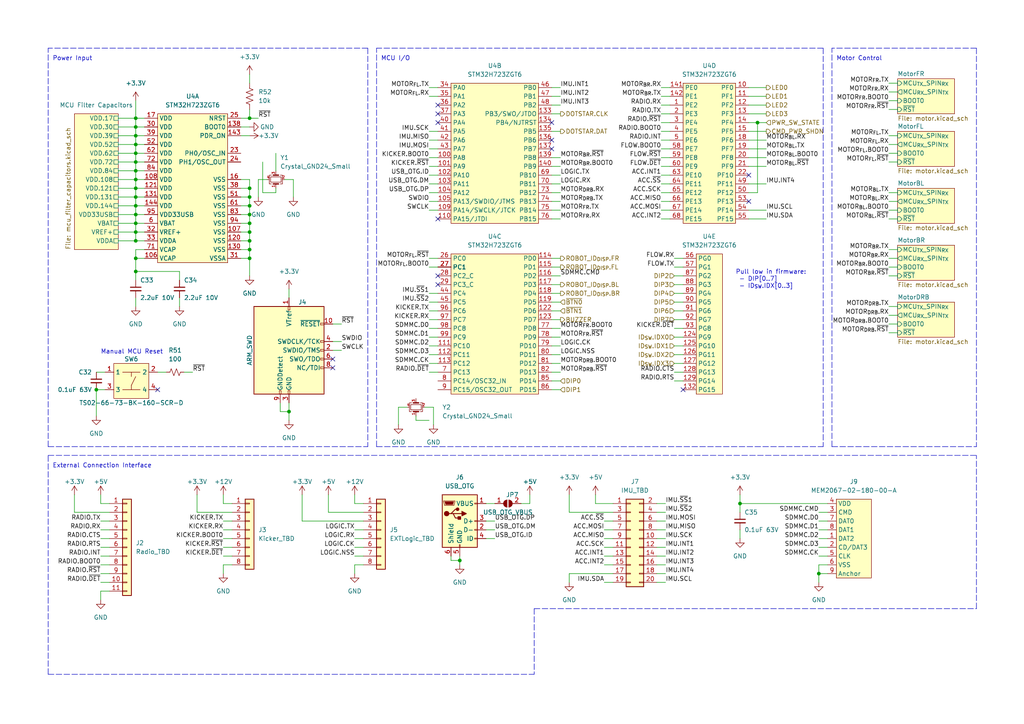
<source format=kicad_sch>
(kicad_sch (version 20211123) (generator eeschema)
  (paper "A4")
  (title_block (title "Control") (date "2023-02-06") (rev "1.0.0") (company "The A-Team (RC SSL)") (comment 1 "W. Stuckey & R. Osawa"))
  (junction (at 72.39 62.23))
  (junction (at 72.39 57.15))
  (junction (at 72.39 64.77))
  (junction (at 83.82 119.38))
  (junction (at 39.37 39.37))
  (junction (at 39.37 34.29))
  (junction (at 72.39 67.31))
  (junction (at 72.39 72.39))
  (junction (at 214.63 146.05))
  (junction (at 39.37 69.85))
  (junction (at 39.37 52.07))
  (junction (at 39.37 67.31))
  (junction (at 133.35 162.56))
  (junction (at 39.37 57.15))
  (junction (at 39.37 74.93))
  (junction (at 219.71 35.56))
  (junction (at 237.49 166.37))
  (junction (at 39.37 59.69))
  (junction (at 39.37 36.83))
  (junction (at 39.37 46.99))
  (junction (at 39.37 62.23))
  (junction (at 27.94 113.03))
  (junction (at 72.39 54.61))
  (junction (at 39.37 64.77))
  (junction (at 72.39 59.69))
  (junction (at 72.39 69.85))
  (junction (at 39.37 78.74))
  (junction (at 39.37 49.53))
  (junction (at 72.39 34.29))
  (junction (at 39.37 41.91))
  (junction (at 39.37 54.61))
  (junction (at 72.39 74.93))
  (junction (at 39.37 44.45))
  (no_connect (at 96.52 106.68))
  (no_connect (at 127 80.01))
  (no_connect (at 127 35.56))
  (no_connect (at 217.17 50.8))
  (no_connect (at 160.02 43.18))
  (no_connect (at 45.72 113.03))
  (no_connect (at 160.02 35.56))
  (no_connect (at 127 30.48))
  (no_connect (at 127 63.5))
  (no_connect (at 198.12 113.03))
  (no_connect (at 96.52 104.14))
  (no_connect (at 217.17 58.42))
  (no_connect (at 127 33.02))
  (no_connect (at 160.02 40.64))
  (no_connect (at 127 82.55))
  (wire (pts (xy 222.25 27.94) (xy 217.17 27.94)))
  (wire (pts (xy 195.58 105.41) (xy 198.12 105.41)))
  (wire (pts (xy 214.63 143.51) (xy 214.63 146.05)))
  (wire (pts (xy 124.46 105.41) (xy 127 105.41)))
  (wire (pts (xy 237.49 156.21) (xy 240.03 156.21)))
  (wire (pts (xy 29.21 143.51) (xy 29.21 146.05)))
  (wire (pts (xy 72.39 54.61) (xy 72.39 57.15)))
  (wire (pts (xy 39.37 44.45) (xy 39.37 46.99)))
  (wire (pts (xy 237.49 153.67) (xy 240.03 153.67)))
  (wire (pts (xy 124.46 95.25) (xy 127 95.25)))
  (wire (pts (xy 34.29 36.83) (xy 39.37 36.83)))
  (wire (pts (xy 177.8 168.91) (xy 175.26 168.91)))
  (wire (pts (xy 72.39 31.75) (xy 72.39 34.29)))
  (wire (pts (xy 165.1 166.37) (xy 165.1 168.91)))
  (wire (pts (xy 222.25 45.72) (xy 217.17 45.72)))
  (wire (pts (xy 29.21 156.21) (xy 31.75 156.21)))
  (wire (pts (xy 39.37 39.37) (xy 41.91 39.37)))
  (wire (pts (xy 191.77 60.96) (xy 194.31 60.96)))
  (wire (pts (xy 162.56 38.1) (xy 160.02 38.1)))
  (wire (pts (xy 162.56 74.93) (xy 160.02 74.93)))
  (wire (pts (xy 72.39 21.59) (xy 72.39 24.13)))
  (wire (pts (xy 177.8 148.59) (xy 165.1 148.59)))
  (wire (pts (xy 72.39 52.07) (xy 72.39 54.61)))
  (wire (pts (xy 195.58 85.09) (xy 198.12 85.09)))
  (wire (pts (xy 29.21 161.29) (xy 31.75 161.29)))
  (wire (pts (xy 257.81 46.99) (xy 260.35 46.99)))
  (wire (pts (xy 133.35 162.56) (xy 133.35 163.83)))
  (wire (pts (xy 260.35 74.93) (xy 257.81 74.93)))
  (wire (pts (xy 172.72 146.05) (xy 172.72 143.51)))
  (polyline (pts (xy 283.21 13.97) (xy 241.3 13.97)) (stroke (width 0) (type dash)))
  (wire (pts (xy 124.46 90.17) (xy 127 90.17)))
  (wire (pts (xy 153.67 146.05) (xy 153.67 143.51)))
  (wire (pts (xy 120.65 120.65) (xy 120.65 121.92)))
  (wire (pts (xy 39.37 41.91) (xy 39.37 44.45)))
  (wire (pts (xy 175.26 163.83) (xy 177.8 163.83)))
  (wire (pts (xy 257.81 88.9) (xy 260.35 88.9)))
  (wire (pts (xy 34.29 54.61) (xy 39.37 54.61)))
  (wire (pts (xy 237.49 161.29) (xy 240.03 161.29)))
  (wire (pts (xy 64.77 161.29) (xy 67.31 161.29)))
  (polyline (pts (xy 13.97 195.58) (xy 13.97 132.08)) (stroke (width 0) (type dash)))
  (wire (pts (xy 69.85 59.69) (xy 72.39 59.69)))
  (wire (pts (xy 34.29 41.91) (xy 39.37 41.91)))
  (wire (pts (xy 102.87 163.83) (xy 102.87 166.37)))
  (wire (pts (xy 76.2 46.99) (xy 76.2 55.88)))
  (wire (pts (xy 39.37 52.07) (xy 39.37 54.61)))
  (wire (pts (xy 190.5 163.83) (xy 193.04 163.83)))
  (wire (pts (xy 120.65 121.92) (xy 124.46 121.92)))
  (wire (pts (xy 257.81 44.45) (xy 260.35 44.45)))
  (wire (pts (xy 237.49 158.75) (xy 240.03 158.75)))
  (wire (pts (xy 72.39 57.15) (xy 72.39 59.69)))
  (wire (pts (xy 29.21 166.37) (xy 31.75 166.37)))
  (wire (pts (xy 160.02 27.94) (xy 162.56 27.94)))
  (wire (pts (xy 39.37 78.74) (xy 52.07 78.74)))
  (wire (pts (xy 83.82 83.82) (xy 83.82 86.36)))
  (wire (pts (xy 151.13 146.05) (xy 153.67 146.05)))
  (wire (pts (xy 41.91 74.93) (xy 39.37 74.93)))
  (wire (pts (xy 124.46 48.26) (xy 127 48.26)))
  (wire (pts (xy 69.85 64.77) (xy 72.39 64.77)))
  (wire (pts (xy 34.29 34.29) (xy 39.37 34.29)))
  (wire (pts (xy 124.46 60.96) (xy 127 60.96)))
  (wire (pts (xy 39.37 78.74) (xy 39.37 81.28)))
  (wire (pts (xy 237.49 166.37) (xy 240.03 166.37)))
  (wire (pts (xy 80.01 55.88) (xy 80.01 54.61)))
  (wire (pts (xy 39.37 29.21) (xy 39.37 34.29)))
  (wire (pts (xy 191.77 58.42) (xy 194.31 58.42)))
  (wire (pts (xy 237.49 148.59) (xy 240.03 148.59)))
  (wire (pts (xy 190.5 156.21) (xy 193.04 156.21)))
  (wire (pts (xy 214.63 233.68) (xy 217.17 233.68)))
  (wire (pts (xy 190.5 166.37) (xy 193.04 166.37)))
  (wire (pts (xy 29.21 158.75) (xy 31.75 158.75)))
  (wire (pts (xy 195.58 74.93) (xy 198.12 74.93)))
  (wire (pts (xy 27.94 107.95) (xy 30.48 107.95)))
  (wire (pts (xy 96.52 101.6) (xy 99.06 101.6)))
  (wire (pts (xy 77.47 52.07) (xy 74.93 52.07)))
  (wire (pts (xy 69.85 62.23) (xy 72.39 62.23)))
  (wire (pts (xy 160.02 95.25) (xy 162.56 95.25)))
  (wire (pts (xy 39.37 62.23) (xy 41.91 62.23)))
  (wire (pts (xy 124.46 45.72) (xy 127 45.72)))
  (wire (pts (xy 99.06 93.98) (xy 96.52 93.98)))
  (wire (pts (xy 69.85 34.29) (xy 72.39 34.29)))
  (wire (pts (xy 222.25 43.18) (xy 217.17 43.18)))
  (wire (pts (xy 195.58 107.95) (xy 198.12 107.95)))
  (wire (pts (xy 105.41 146.05) (xy 102.87 146.05)))
  (wire (pts (xy 124.46 27.94) (xy 127 27.94)))
  (wire (pts (xy 34.29 62.23) (xy 39.37 62.23)))
  (wire (pts (xy 160.02 97.79) (xy 162.56 97.79)))
  (wire (pts (xy 217.17 60.96) (xy 222.25 60.96)))
  (wire (pts (xy 175.26 156.21) (xy 177.8 156.21)))
  (wire (pts (xy 83.82 116.84) (xy 83.82 119.38)))
  (wire (pts (xy 214.63 236.22) (xy 217.17 236.22)))
  (wire (pts (xy 67.31 148.59) (xy 57.15 148.59)))
  (wire (pts (xy 257.81 24.13) (xy 260.35 24.13)))
  (polyline (pts (xy 13.97 195.58) (xy 154.94 195.58)) (stroke (width 0) (type dash)))
  (wire (pts (xy 190.5 148.59) (xy 193.04 148.59)))
  (wire (pts (xy 27.94 113.03) (xy 27.94 120.65)))
  (wire (pts (xy 39.37 59.69) (xy 39.37 62.23)))
  (polyline (pts (xy 238.76 13.97) (xy 238.76 129.54)) (stroke (width 0) (type dash)))
  (wire (pts (xy 260.35 80.01) (xy 257.81 80.01)))
  (wire (pts (xy 214.63 243.84) (xy 217.17 243.84)))
  (wire (pts (xy 124.46 50.8) (xy 127 50.8)))
  (wire (pts (xy 217.17 53.34) (xy 222.25 53.34)))
  (wire (pts (xy 64.77 153.67) (xy 67.31 153.67)))
  (wire (pts (xy 214.63 238.76) (xy 217.17 238.76)))
  (wire (pts (xy 39.37 36.83) (xy 41.91 36.83)))
  (wire (pts (xy 81.28 119.38) (xy 83.82 119.38)))
  (wire (pts (xy 29.21 168.91) (xy 31.75 168.91)))
  (wire (pts (xy 175.26 151.13) (xy 177.8 151.13)))
  (wire (pts (xy 237.49 163.83) (xy 237.49 166.37)))
  (wire (pts (xy 124.46 55.88) (xy 127 55.88)))
  (wire (pts (xy 190.5 161.29) (xy 193.04 161.29)))
  (wire (pts (xy 162.56 53.34) (xy 160.02 53.34)))
  (wire (pts (xy 39.37 72.39) (xy 39.37 74.93)))
  (wire (pts (xy 27.94 113.03) (xy 30.48 113.03)))
  (wire (pts (xy 124.46 58.42) (xy 127 58.42)))
  (wire (pts (xy 260.35 77.47) (xy 257.81 77.47)))
  (wire (pts (xy 162.56 77.47) (xy 160.02 77.47)))
  (wire (pts (xy 69.85 36.83) (xy 72.39 36.83)))
  (wire (pts (xy 165.1 166.37) (xy 177.8 166.37)))
  (wire (pts (xy 127 43.18) (xy 124.46 43.18)))
  (wire (pts (xy 124.46 74.93) (xy 127 74.93)))
  (wire (pts (xy 39.37 57.15) (xy 39.37 59.69)))
  (wire (pts (xy 191.77 30.48) (xy 194.31 30.48)))
  (wire (pts (xy 195.58 100.33) (xy 198.12 100.33)))
  (wire (pts (xy 34.29 59.69) (xy 39.37 59.69)))
  (wire (pts (xy 39.37 41.91) (xy 41.91 41.91)))
  (wire (pts (xy 162.56 55.88) (xy 160.02 55.88)))
  (wire (pts (xy 21.59 143.51) (xy 21.59 148.59)))
  (wire (pts (xy 160.02 25.4) (xy 162.56 25.4)))
  (wire (pts (xy 57.15 148.59) (xy 57.15 143.51)))
  (wire (pts (xy 130.81 161.29) (xy 130.81 162.56)))
  (wire (pts (xy 96.52 99.06) (xy 99.06 99.06)))
  (wire (pts (xy 39.37 67.31) (xy 39.37 69.85)))
  (wire (pts (xy 64.77 143.51) (xy 64.77 146.05)))
  (wire (pts (xy 219.71 35.56) (xy 217.17 35.56)))
  (wire (pts (xy 31.75 171.45) (xy 29.21 171.45)))
  (wire (pts (xy 160.02 48.26) (xy 162.56 48.26)))
  (wire (pts (xy 237.49 166.37) (xy 237.49 168.91)))
  (wire (pts (xy 39.37 69.85) (xy 41.91 69.85)))
  (wire (pts (xy 195.58 95.25) (xy 198.12 95.25)))
  (wire (pts (xy 195.58 102.87) (xy 198.12 102.87)))
  (wire (pts (xy 177.8 146.05) (xy 172.72 146.05)))
  (wire (pts (xy 52.07 81.28) (xy 52.07 78.74)))
  (wire (pts (xy 191.77 27.94) (xy 194.31 27.94)))
  (wire (pts (xy 143.51 156.21) (xy 140.97 156.21)))
  (wire (pts (xy 105.41 153.67) (xy 102.87 153.67)))
  (wire (pts (xy 81.28 116.84) (xy 81.28 119.38)))
  (wire (pts (xy 85.09 52.07) (xy 85.09 57.15)))
  (wire (pts (xy 39.37 36.83) (xy 39.37 39.37)))
  (wire (pts (xy 165.1 148.59) (xy 165.1 143.51)))
  (wire (pts (xy 127 40.64) (xy 124.46 40.64)))
  (wire (pts (xy 67.31 163.83) (xy 64.77 163.83)))
  (wire (pts (xy 34.29 57.15) (xy 39.37 57.15)))
  (wire (pts (xy 191.77 33.02) (xy 194.31 33.02)))
  (wire (pts (xy 124.46 25.4) (xy 127 25.4)))
  (wire (pts (xy 191.77 50.8) (xy 194.31 50.8)))
  (wire (pts (xy 72.39 59.69) (xy 72.39 62.23)))
  (polyline (pts (xy 13.97 129.54) (xy 106.68 129.54)) (stroke (width 0) (type dash)))
  (wire (pts (xy 34.29 67.31) (xy 39.37 67.31)))
  (wire (pts (xy 74.93 34.29) (xy 72.39 34.29)))
  (wire (pts (xy 115.57 118.11) (xy 115.57 123.19)))
  (wire (pts (xy 191.77 48.26) (xy 194.31 48.26)))
  (wire (pts (xy 80.01 44.45) (xy 80.01 49.53)))
  (wire (pts (xy 222.25 48.26) (xy 217.17 48.26)))
  (wire (pts (xy 162.56 100.33) (xy 160.02 100.33)))
  (wire (pts (xy 21.59 148.59) (xy 31.75 148.59)))
  (wire (pts (xy 162.56 82.55) (xy 160.02 82.55)))
  (wire (pts (xy 34.29 52.07) (xy 39.37 52.07)))
  (polyline (pts (xy 13.97 132.08) (xy 283.21 132.08)) (stroke (width 0) (type dash)))
  (wire (pts (xy 175.26 153.67) (xy 177.8 153.67)))
  (wire (pts (xy 39.37 57.15) (xy 41.91 57.15)))
  (wire (pts (xy 195.58 77.47) (xy 198.12 77.47)))
  (polyline (pts (xy 154.94 176.53) (xy 154.94 195.58)) (stroke (width 0) (type dash)))
  (wire (pts (xy 257.81 41.91) (xy 260.35 41.91)))
  (wire (pts (xy 130.81 162.56) (xy 133.35 162.56)))
  (wire (pts (xy 29.21 151.13) (xy 31.75 151.13)))
  (wire (pts (xy 124.46 97.79) (xy 127 97.79)))
  (polyline (pts (xy 106.68 13.97) (xy 13.97 13.97)) (stroke (width 0) (type dash)))
  (wire (pts (xy 162.56 80.01) (xy 160.02 80.01)))
  (wire (pts (xy 39.37 54.61) (xy 39.37 57.15)))
  (wire (pts (xy 190.5 151.13) (xy 193.04 151.13)))
  (wire (pts (xy 105.41 161.29) (xy 102.87 161.29)))
  (wire (pts (xy 72.39 74.93) (xy 72.39 80.01)))
  (wire (pts (xy 160.02 87.63) (xy 162.56 87.63)))
  (wire (pts (xy 214.63 146.05) (xy 214.63 148.59)))
  (wire (pts (xy 162.56 50.8) (xy 160.02 50.8)))
  (wire (pts (xy 191.77 40.64) (xy 194.31 40.64)))
  (wire (pts (xy 69.85 74.93) (xy 72.39 74.93)))
  (wire (pts (xy 214.63 226.06) (xy 214.63 228.6)))
  (wire (pts (xy 217.17 63.5) (xy 222.25 63.5)))
  (wire (pts (xy 69.85 54.61) (xy 72.39 54.61)))
  (wire (pts (xy 64.77 163.83) (xy 64.77 166.37)))
  (wire (pts (xy 195.58 92.71) (xy 198.12 92.71)))
  (wire (pts (xy 87.63 151.13) (xy 105.41 151.13)))
  (wire (pts (xy 39.37 62.23) (xy 39.37 64.77)))
  (wire (pts (xy 72.39 67.31) (xy 72.39 69.85)))
  (wire (pts (xy 29.21 171.45) (xy 29.21 173.99)))
  (wire (pts (xy 191.77 35.56) (xy 194.31 35.56)))
  (wire (pts (xy 175.26 161.29) (xy 177.8 161.29)))
  (wire (pts (xy 219.71 35.56) (xy 219.71 55.88)))
  (wire (pts (xy 52.07 86.36) (xy 52.07 88.9)))
  (wire (pts (xy 124.46 53.34) (xy 127 53.34)))
  (wire (pts (xy 160.02 45.72) (xy 162.56 45.72)))
  (polyline (pts (xy 238.76 13.97) (xy 109.22 13.97)) (stroke (width 0) (type dash)))
  (wire (pts (xy 257.81 55.88) (xy 260.35 55.88)))
  (wire (pts (xy 39.37 49.53) (xy 39.37 52.07)))
  (wire (pts (xy 39.37 49.53) (xy 41.91 49.53)))
  (wire (pts (xy 162.56 107.95) (xy 160.02 107.95)))
  (wire (pts (xy 207.01 231.14) (xy 207.01 226.06)))
  (wire (pts (xy 219.71 35.56) (xy 222.25 35.56)))
  (wire (pts (xy 191.77 43.18) (xy 194.31 43.18)))
  (wire (pts (xy 69.85 39.37) (xy 72.39 39.37)))
  (wire (pts (xy 39.37 74.93) (xy 39.37 78.74)))
  (wire (pts (xy 29.21 153.67) (xy 31.75 153.67)))
  (wire (pts (xy 257.81 39.37) (xy 260.35 39.37)))
  (wire (pts (xy 127 38.1) (xy 124.46 38.1)))
  (wire (pts (xy 162.56 58.42) (xy 160.02 58.42)))
  (wire (pts (xy 195.58 110.49) (xy 198.12 110.49)))
  (wire (pts (xy 175.26 158.75) (xy 177.8 158.75)))
  (wire (pts (xy 195.58 82.55) (xy 198.12 82.55)))
  (wire (pts (xy 64.77 158.75) (xy 67.31 158.75)))
  (wire (pts (xy 74.93 52.07) (xy 74.93 57.15)))
  (wire (pts (xy 260.35 31.75) (xy 257.81 31.75)))
  (wire (pts (xy 41.91 72.39) (xy 39.37 72.39)))
  (wire (pts (xy 83.82 119.38) (xy 83.82 121.92)))
  (wire (pts (xy 64.77 156.21) (xy 67.31 156.21)))
  (wire (pts (xy 53.34 107.95) (xy 55.88 107.95)))
  (wire (pts (xy 257.81 72.39) (xy 260.35 72.39)))
  (wire (pts (xy 195.58 90.17) (xy 198.12 90.17)))
  (wire (pts (xy 162.56 33.02) (xy 160.02 33.02)))
  (wire (pts (xy 76.2 55.88) (xy 80.01 55.88)))
  (wire (pts (xy 39.37 64.77) (xy 41.91 64.77)))
  (wire (pts (xy 64.77 151.13) (xy 67.31 151.13)))
  (wire (pts (xy 222.25 40.64) (xy 217.17 40.64)))
  (wire (pts (xy 39.37 64.77) (xy 39.37 67.31)))
  (wire (pts (xy 190.5 168.91) (xy 193.04 168.91)))
  (wire (pts (xy 160.02 90.17) (xy 162.56 90.17)))
  (wire (pts (xy 118.11 118.11) (xy 115.57 118.11)))
  (wire (pts (xy 160.02 63.5) (xy 162.56 63.5)))
  (wire (pts (xy 195.58 97.79) (xy 198.12 97.79)))
  (wire (pts (xy 69.85 72.39) (xy 72.39 72.39)))
  (wire (pts (xy 34.29 46.99) (xy 39.37 46.99)))
  (wire (pts (xy 217.17 231.14) (xy 207.01 231.14)))
  (wire (pts (xy 143.51 151.13) (xy 140.97 151.13)))
  (wire (pts (xy 260.35 26.67) (xy 257.81 26.67)))
  (wire (pts (xy 123.19 118.11) (xy 125.73 118.11)))
  (wire (pts (xy 34.29 49.53) (xy 39.37 49.53)))
  (wire (pts (xy 124.46 92.71) (xy 127 92.71)))
  (wire (pts (xy 105.41 163.83) (xy 102.87 163.83)))
  (wire (pts (xy 222.25 33.02) (xy 217.17 33.02)))
  (wire (pts (xy 162.56 110.49) (xy 160.02 110.49)))
  (wire (pts (xy 127 87.63) (xy 124.46 87.63)))
  (wire (pts (xy 45.72 107.95) (xy 48.26 107.95)))
  (wire (pts (xy 102.87 143.51) (xy 102.87 146.05)))
  (wire (pts (xy 162.56 92.71) (xy 160.02 92.71)))
  (wire (pts (xy 72.39 64.77) (xy 72.39 67.31)))
  (wire (pts (xy 34.29 64.77) (xy 39.37 64.77)))
  (wire (pts (xy 34.29 39.37) (xy 39.37 39.37)))
  (wire (pts (xy 29.21 146.05) (xy 31.75 146.05)))
  (wire (pts (xy 257.81 63.5) (xy 260.35 63.5)))
  (wire (pts (xy 162.56 85.09) (xy 160.02 85.09)))
  (wire (pts (xy 124.46 100.33) (xy 127 100.33)))
  (wire (pts (xy 34.29 69.85) (xy 39.37 69.85)))
  (wire (pts (xy 39.37 44.45) (xy 41.91 44.45)))
  (wire (pts (xy 257.81 93.98) (xy 260.35 93.98)))
  (polyline (pts (xy 109.22 129.54) (xy 109.22 13.97)) (stroke (width 0) (type dash)))
  (polyline (pts (xy 283.21 176.53) (xy 283.21 132.08)) (stroke (width 0) (type dash)))
  (wire (pts (xy 39.37 59.69) (xy 41.91 59.69)))
  (wire (pts (xy 39.37 67.31) (xy 41.91 67.31)))
  (wire (pts (xy 214.63 246.38) (xy 214.63 248.92)))
  (wire (pts (xy 194.31 25.4) (xy 191.77 25.4)))
  (wire (pts (xy 39.37 54.61) (xy 41.91 54.61)))
  (wire (pts (xy 214.63 228.6) (xy 217.17 228.6)))
  (wire (pts (xy 124.46 77.47) (xy 127 77.47)))
  (wire (pts (xy 105.41 158.75) (xy 102.87 158.75)))
  (wire (pts (xy 160.02 30.48) (xy 162.56 30.48)))
  (wire (pts (xy 195.58 87.63) (xy 198.12 87.63)))
  (wire (pts (xy 69.85 52.07) (xy 72.39 52.07)))
  (wire (pts (xy 69.85 67.31) (xy 72.39 67.31)))
  (wire (pts (xy 39.37 34.29) (xy 39.37 36.83)))
  (polyline (pts (xy 154.94 176.53) (xy 283.21 176.53)) (stroke (width 0) (type dash)))
  (wire (pts (xy 143.51 153.67) (xy 140.97 153.67)))
  (wire (pts (xy 217.17 55.88) (xy 219.71 55.88)))
  (wire (pts (xy 217.17 246.38) (xy 214.63 246.38)))
  (wire (pts (xy 127 85.09) (xy 124.46 85.09)))
  (wire (pts (xy 34.29 44.45) (xy 39.37 44.45)))
  (wire (pts (xy 240.03 163.83) (xy 237.49 163.83)))
  (polyline (pts (xy 13.97 129.54) (xy 13.97 13.97)) (stroke (width 0) (type dash)))
  (wire (pts (xy 195.58 80.01) (xy 198.12 80.01)))
  (polyline (pts (xy 109.22 129.54) (xy 238.76 129.54)) (stroke (width 0) (type dash)))
  (polyline (pts (xy 241.3 129.54) (xy 283.21 129.54)) (stroke (width 0) (type dash)))
  (wire (pts (xy 39.37 34.29) (xy 41.91 34.29)))
  (wire (pts (xy 69.85 57.15) (xy 72.39 57.15)))
  (wire (pts (xy 29.21 163.83) (xy 31.75 163.83)))
  (wire (pts (xy 72.39 69.85) (xy 72.39 72.39)))
  (wire (pts (xy 39.37 86.36) (xy 39.37 88.9)))
  (wire (pts (xy 237.49 151.13) (xy 240.03 151.13)))
  (wire (pts (xy 125.73 118.11) (xy 125.73 123.19)))
  (wire (pts (xy 222.25 30.48) (xy 217.17 30.48)))
  (wire (pts (xy 95.25 148.59) (xy 95.25 143.51)))
  (wire (pts (xy 162.56 60.96) (xy 160.02 60.96)))
  (wire (pts (xy 222.25 25.4) (xy 217.17 25.4)))
  (wire (pts (xy 72.39 62.23) (xy 72.39 64.77)))
  (wire (pts (xy 191.77 53.34) (xy 194.31 53.34)))
  (wire (pts (xy 39.37 39.37) (xy 39.37 41.91)))
  (wire (pts (xy 191.77 55.88) (xy 194.31 55.88)))
  (wire (pts (xy 190.5 153.67) (xy 193.04 153.67)))
  (wire (pts (xy 39.37 46.99) (xy 41.91 46.99)))
  (wire (pts (xy 257.81 96.52) (xy 260.35 96.52)))
  (wire (pts (xy 105.41 156.21) (xy 102.87 156.21)))
  (wire (pts (xy 191.77 63.5) (xy 194.31 63.5)))
  (wire (pts (xy 39.37 46.99) (xy 39.37 49.53)))
  (wire (pts (xy 162.56 102.87) (xy 160.02 102.87)))
  (wire (pts (xy 87.63 143.51) (xy 87.63 151.13)))
  (wire (pts (xy 214.63 241.3) (xy 217.17 241.3)))
  (wire (pts (xy 82.55 52.07) (xy 85.09 52.07)))
  (wire (pts (xy 72.39 72.39) (xy 72.39 74.93)))
  (polyline (pts (xy 106.68 13.97) (xy 106.68 129.54)) (stroke (width 0) (type dash)))
  (wire (pts (xy 257.81 58.42) (xy 260.35 58.42)))
  (wire (pts (xy 67.31 146.05) (xy 64.77 146.05)))
  (wire (pts (xy 133.35 162.56) (xy 133.35 161.29)))
  (polyline (pts (xy 241.3 129.54) (xy 241.3 13.97)) (stroke (width 0) (type dash)))
  (wire (pts (xy 124.46 107.95) (xy 127 107.95)))
  (wire (pts (xy 257.81 60.96) (xy 260.35 60.96)))
  (wire (pts (xy 214.63 146.05) (xy 240.03 146.05)))
  (wire (pts (xy 222.25 38.1) (xy 217.17 38.1)))
  (wire (pts (xy 190.5 158.75) (xy 193.04 158.75)))
  (wire (pts (xy 140.97 146.05) (xy 143.51 146.05)))
  (wire (pts (xy 39.37 52.07) (xy 41.91 52.07)))
  (wire (pts (xy 105.41 148.59) (xy 95.25 148.59)))
  (wire (pts (xy 69.85 69.85) (xy 72.39 69.85)))
  (wire (pts (xy 191.77 45.72) (xy 194.31 45.72)))
  (wire (pts (xy 162.56 113.03) (xy 160.02 113.03)))
  (wire (pts (xy 214.63 153.67) (xy 214.63 156.21)))
  (wire (pts (xy 257.81 91.44) (xy 260.35 91.44)))
  (wire (pts (xy 260.35 29.21) (xy 257.81 29.21)))
  (wire (pts (xy 191.77 38.1) (xy 194.31 38.1)))
  (polyline (pts (xy 283.21 13.97) (xy 283.21 129.54)) (stroke (width 0) (type dash)))
  (wire (pts (xy 124.46 102.87) (xy 127 102.87)))
  (wire (pts (xy 190.5 146.05) (xy 193.04 146.05)))
  (wire (pts (xy 162.56 105.41) (xy 160.02 105.41)))
  (text "External Connection Interface" (at 15.24 135.89 0) (effects (font (size 1.27 1.27)) (justify left bottom)))
  (text "Pull low in firmware:\n - DIP[0..7]\n - ID_{SW}.IDX[0..3]" (at 213.36 83.82 0) (effects (font (size 1.27 1.27)) (justify left bottom)))
  (text "Motor Control" (at 242.57 17.78 0) (effects (font (size 1.27 1.27)) (justify left bottom)))
  (text "Power Input" (at 15.24 17.78 0) (effects (font (size 1.27 1.27)) (justify left bottom)))
  (text "MCU I/O" (at 110.49 17.78 0) (effects (font (size 1.27 1.27)) (justify left bottom)))
  (text "Manual MCU Reset" (at 29.21 102.87 0) (effects (font (size 1.27 1.27)) (justify left bottom)))
  (label "IMU.SDA" (at 175.26 168.91 180))
  (label "MOTOR_{FL}.~{RST}" (at 124.46 74.93 180))
  (label "MOTOR_{BR}.~{RST}" (at 257.81 80.01 180))
  (label "USB_OTG.DM" (at 124.46 53.34 180))
  (label "RADIO.TX" (at 191.77 33.02 180))
  (label "RADIO.TX" (at 29.21 151.13 180))
  (label "MOTOR_{FL}.TX" (at 124.46 25.4 180))
  (label "MOTOR_{FL}.~{RST}" (at 257.81 46.99 180))
  (label "SDMMC.D0" (at 124.46 95.25 180))
  (label "MOTOR_{FL}.BOOT0" (at 257.81 44.45 180))
  (label "SDMMC.D1" (at 237.49 153.67 180))
  (label "MOTOR_{BL}.TX" (at 222.25 43.18 0))
  (label "FLOW.~{DET}" (at 214.63 243.84 180))
  (label "MOTOR_{DRB}.TX" (at 257.81 88.9 180))
  (label "MOTOR_{DRB}.~{RST}" (at 162.56 107.95 0))
  (label "IMU.MISO" (at 124.46 40.64 180))
  (label "MOTOR_{DRB}.RX" (at 257.81 91.44 180))
  (label "RADIO.RTS" (at 29.21 158.75 180))
  (label "MOTOR_{FR}.~{RST}" (at 162.56 97.79 0))
  (label "MOTOR_{FR}.BOOT0" (at 162.56 95.25 0))
  (label "MOTOR_{FL}.BOOT0" (at 124.46 77.47 180))
  (label "RADIO.CTS" (at 195.58 107.95 180))
  (label "MOTOR_{FR}.TX" (at 162.56 60.96 0))
  (label "SDMMC.CK" (at 124.46 105.41 180))
  (label "SWCLK" (at 99.06 101.6 0))
  (label "MOTOR_{BL}.~{RST}" (at 222.25 48.26 0))
  (label "RADIO.INT" (at 191.77 40.64 180))
  (label "FLOW.TX" (at 195.58 77.47 180))
  (label "MOTOR_{DRB}.TX" (at 162.56 58.42 0))
  (label "MOTOR_{BR}.~{RST}" (at 162.56 45.72 0))
  (label "IMU.INT2" (at 162.56 27.94 0))
  (label "KICKER.TX" (at 124.46 90.17 180))
  (label "SWDIO" (at 99.06 99.06 0))
  (label "FLOW.RX" (at 214.63 236.22 180))
  (label "USB_OTG.DP" (at 143.51 151.13 0))
  (label "MOTOR_{BL}.~{RST}" (at 257.81 63.5 180))
  (label "MOTOR_{FR}.~{RST}" (at 257.81 31.75 180))
  (label "FLOW.BOOT0" (at 191.77 43.18 180))
  (label "SDMMC.D1" (at 124.46 97.79 180))
  (label "KICKER.~{DET}" (at 195.58 95.25 180))
  (label "MOTOR_{DRB}.BOOT0" (at 257.81 93.98 180))
  (label "MOTOR_{BR}.TX" (at 257.81 72.39 180))
  (label "KICKER.RX" (at 64.77 153.67 180))
  (label "MOTOR_{FL}.RX" (at 257.81 41.91 180))
  (label "MOTOR_{BL}.RX" (at 222.25 40.64 0))
  (label "RADIO.~{DET}" (at 29.21 168.91 180))
  (label "MOTOR_{DRB}.~{RST}" (at 257.81 96.52 180))
  (label "ACC.MOSI" (at 191.77 60.96 180))
  (label "ACC.SCK" (at 175.26 158.75 180))
  (label "SDMMC.CK" (at 237.49 161.29 180))
  (label "LOGIC.RX" (at 102.87 156.21 180))
  (label "~{RST}" (at 55.88 107.95 0))
  (label "IMU.INT4" (at 193.04 166.37 0))
  (label "USB_OTG.ID" (at 143.51 156.21 0))
  (label "ACC.MISO" (at 175.26 156.21 180))
  (label "IMU.MISO" (at 193.04 153.67 0))
  (label "ACC.INT1" (at 191.77 50.8 180))
  (label "MOTOR_{FR}.RX" (at 162.56 63.5 0))
  (label "FLOW.~{DET}" (at 191.77 48.26 180))
  (label "IMU.MOSI" (at 124.46 43.18 180))
  (label "SDMMC.D0" (at 237.49 151.13 180))
  (label "IMU.INT1" (at 162.56 25.4 0))
  (label "LOGIC.TX" (at 102.87 153.67 180))
  (label "ACC.INT1" (at 175.26 161.29 180))
  (label "RADIO.BOOT0" (at 191.77 38.1 180))
  (label "IMU.SDA" (at 222.25 63.5 0))
  (label "IMU.SCL" (at 193.04 168.91 0))
  (label "IMU.SCL" (at 222.25 60.96 0))
  (label "LOGIC.NSS" (at 162.56 102.87 0))
  (label "FLOW.TX" (at 214.63 233.68 180))
  (label "MOTOR_{DRB}.BOOT0" (at 162.56 105.41 0))
  (label "KICKER.BOOT0" (at 124.46 45.72 180))
  (label "SDMMC.D3" (at 237.49 158.75 180))
  (label "FLOW.BOOT0" (at 214.63 238.76 180))
  (label "MOTOR_{FR}.RX" (at 257.81 26.67 180))
  (label "IMU.INT2" (at 193.04 161.29 0))
  (label "FLOW.RX" (at 195.58 74.93 180))
  (label "MOTOR_{BR}.RX" (at 191.77 25.4 180))
  (label "SDMMC.D2" (at 237.49 156.21 180))
  (label "SDMMC.D2" (at 124.46 100.33 180))
  (label "MOTOR_{BL}.TX" (at 257.81 55.88 180))
  (label "ACC.~{SS}" (at 175.26 151.13 180))
  (label "MOTOR_{BR}.RX" (at 257.81 74.93 180))
  (label "LOGIC.CK" (at 162.56 100.33 0))
  (label "IMU.INT3" (at 162.56 30.48 0))
  (label "MOTOR_{BR}.BOOT0" (at 162.56 48.26 0))
  (label "~{RST}" (at 74.93 34.29 0))
  (label "USB_OTG.ID" (at 124.46 50.8 180))
  (label "KICKER.RX" (at 124.46 92.71 180))
  (label "RADIO.~{RST}" (at 191.77 35.56 180))
  (label "SDMMC.D3" (at 124.46 102.87 180))
  (label "LOGIC.TX" (at 162.56 50.8 0))
  (label "KICKER.BOOT0" (at 64.77 156.21 180))
  (label "MOTOR_{DRB}.RX" (at 162.56 55.88 0))
  (label "IMU.INT4" (at 222.25 53.34 0))
  (label "RADIO.BOOT0" (at 29.21 163.83 180))
  (label "RADIO.~{DET}" (at 124.46 107.95 180))
  (label "IMU.~{SS}1" (at 124.46 85.09 180))
  (label "SDMMC.CMD" (at 237.49 148.59 180))
  (label "ACC.INT2" (at 191.77 63.5 180))
  (label "SWDIO" (at 124.46 58.42 180))
  (label "IMU.INT3" (at 193.04 163.83 0))
  (label "~{RST}" (at 99.06 93.98 0))
  (label "ACC.MISO" (at 191.77 58.42 180))
  (label "IMU.INT1" (at 193.04 158.75 0))
  (label "IMU.MOSI" (at 193.04 151.13 0))
  (label "USB_OTG.DM" (at 143.51 153.67 0))
  (label "ACC.SCK" (at 191.77 55.88 180))
  (label "MOTOR_{FR}.BOOT0" (at 257.81 29.21 180))
  (label "IMU.SCK" (at 124.46 38.1 180))
  (label "MOTOR_{FR}.TX" (at 257.81 24.13 180))
  (label "LOGIC.NSS" (at 102.87 161.29 180))
  (label "SWCLK" (at 124.46 60.96 180))
  (label "IMU.SCK" (at 193.04 156.21 0))
  (label "KICKER.~{RST}" (at 64.77 158.75 180))
  (label "RADIO.CTS" (at 29.21 156.21 180))
  (label "KICKER.~{RST}" (at 124.46 48.26 180))
  (label "KICKER.TX" (at 64.77 151.13 180))
  (label "MOTOR_{FL}.TX" (at 257.81 39.37 180))
  (label "KICKER.~{DET}" (at 64.77 161.29 180))
  (label "RADIO.RX" (at 191.77 30.48 180))
  (label "RADIO.INT" (at 29.21 161.29 180))
  (label "IMU.~{SS}2" (at 193.04 148.59 0))
  (label "FLOW.~{RST}" (at 191.77 45.72 180))
  (label "MOTOR_{BL}.RX" (at 257.81 58.42 180))
  (label "RADIO.RTS" (at 195.58 110.49 180))
  (label "MOTOR_{BL}.BOOT0" (at 222.25 45.72 0))
  (label "LOGIC.RX" (at 162.56 53.34 0))
  (label "SDMMC.CMD" (at 162.56 80.01 0))
  (label "ACC.INT2" (at 175.26 163.83 180))
  (label "ACC.~{SS}" (at 191.77 53.34 180))
  (label "RADIO.~{RST}" (at 29.21 166.37 180))
  (label "ACC.MOSI" (at 175.26 153.67 180))
  (label "RADIO.RX" (at 29.21 153.67 180))
  (label "MOTOR_{FL}.RX" (at 124.46 27.94 180))
  (label "IMU.~{SS}1" (at 193.04 146.05 0))
  (label "USB_OTG.DP" (at 124.46 55.88 180))
  (label "MOTOR_{BL}.BOOT0" (at 257.81 60.96 180))
  (label "IMU.~{SS}2" (at 124.46 87.63 180))
  (label "FLOW.~{RST}" (at 214.63 241.3 180))
  (label "MOTOR_{BR}.TX" (at 191.77 27.94 180))
  (label "LOGIC.CK" (at 102.87 158.75 180))
  (label "MOTOR_{BR}.BOOT0" (at 257.81 77.47 180))
  (hierarchical_label "DIP2" (shape input) (at 195.58 80.01 180))
  (hierarchical_label "~{BTN1}" (shape input) (at 162.56 90.17 0))
  (hierarchical_label "DIP6" (shape input) (at 195.58 90.17 180))
  (hierarchical_label "DIP1" (shape input) (at 162.56 113.03 0))
  (hierarchical_label "ID_{SW}.IDX2" (shape input) (at 195.58 102.87 180))
  (hierarchical_label "ROBOT_ID_{DISP}.FL" (shape output) (at 162.56 77.47 0))
  (hierarchical_label "ID_{SW}.IDX0" (shape input) (at 195.58 97.79 180))
  (hierarchical_label "DIP0" (shape input) (at 162.56 110.49 0))
  (hierarchical_label "LED2" (shape output) (at 222.25 30.48 0))
  (hierarchical_label "DOTSTAR.CLK" (shape output) (at 162.56 33.02 0))
  (hierarchical_label "LED0" (shape output) (at 222.25 25.4 0))
  (hierarchical_label "ROBOT_ID_{DISP}.BL" (shape output) (at 162.56 82.55 0))
  (hierarchical_label "DIP3" (shape input) (at 195.58 82.55 180))
  (hierarchical_label "ID_{SW}.IDX3" (shape input) (at 195.58 105.41 180))
  (hierarchical_label "LED3" (shape output) (at 222.25 33.02 0))
  (hierarchical_label "ROBOT_ID_{DISP}.BR" (shape output) (at 162.56 85.09 0))
  (hierarchical_label "LED1" (shape output) (at 222.25 27.94 0))
  (hierarchical_label "DOTSTAR.DAT" (shape output) (at 162.56 38.1 0))
  (hierarchical_label "DIP7" (shape input) (at 195.58 92.71 180))
  (hierarchical_label "ROBOT_ID_{DISP}.FR" (shape output) (at 162.56 74.93 0))
  (hierarchical_label "DIP4" (shape input) (at 195.58 85.09 180))
  (hierarchical_label "CMD_PWR_SHDN" (shape output) (at 222.25 38.1 0))
  (hierarchical_label "~{BTN0}" (shape input) (at 162.56 87.63 0))
  (hierarchical_label "PWR_SW_STATE" (shape input) (at 222.25 35.56 0))
  (hierarchical_label "DIP5" (shape input) (at 195.58 87.63 180))
  (hierarchical_label "BUZZER" (shape output) (at 162.56 92.71 0))
  (hierarchical_label "ID_{SW}.IDX1" (shape input) (at 195.58 100.33 180))
  (symbol (lib_id "Connector:Conn_ARM_JTAG_SWD_10") (at 83.82 101.6 0) (unit 1)
    (property "Reference" "J4" (at 88.9 87.63 0) (effects (justify right)))
    (property "Value" "ARM_SWD" (at 72.39 101.6 90))
    (property "Footprint" "AT-Connectors:3221-10-0300-00" (effects hide))
    (property "Datasheet" "http://infocenter.arm.com/help/topic/com.arm.doc.ddi0314h/DDI0314H_coresight_components_trm.pdf" (effects hide))
  )
  (symbol (lib_id "power:+3.3V") (at 83.82 83.82 0) (unit 1)
    (property "Reference" "#PWR072" (effects hide))
    (property "Value" "+3.3V" (at 83.82 78.74 0))
  )
  (symbol (lib_id "power:+12V") (at 102.87 143.51 0) (unit 1)
    (property "Reference" "#PWR077" (effects hide))
    (property "Value" "+12V" (at 102.87 139.7 0))
  )
  (symbol (lib_id "power:GND") (at 214.63 248.92 0) (unit 1)
    (property "Reference" "#PWR090" (effects hide))
    (property "Value" "GND" (at 214.63 254 0))
  )
  (symbol (lib_id "power:GND") (at 39.37 88.9 0) (unit 1)
    (property "Reference" "#PWR062" (effects hide))
    (property "Value" "GND" (at 39.37 93.98 0))
  )
  (symbol (lib_id "AT-IC:STM32H723ZGT6") (at 205.74 93.98 0) (unit 5)
    (property "Reference" "U4" (at 205.74 68.58 0))
    (property "Value" "STM32H723ZGT6" (at 205.74 71.12 0))
    (property "Footprint" "Package_QFP:LQFP-144_20x20mm_P0.5mm" (effects hide))
    (property "Datasheet" "https://www.st.com/resource/en/datasheet/stm32h723ve.pdf" (effects hide))
  )
  (symbol (lib_id "power:GND") (at 102.87 166.37 0) (unit 1)
    (property "Reference" "#PWR078" (effects hide))
    (property "Value" "GND" (at 102.87 171.45 0))
  )
  (symbol (lib_id "AT-IC:STM32H723ZGT6") (at 55.88 54.61 0) (unit 1)
    (property "Reference" "U4" (at 55.88 27.94 0))
    (property "Value" "STM32H723ZGT6" (at 55.88 30.48 0))
    (property "Footprint" "Package_QFP:LQFP-144_20x20mm_P0.5mm" (effects hide))
    (property "Datasheet" "https://www.st.com/resource/en/datasheet/stm32h723ve.pdf" (effects hide))
  )
  (symbol (lib_id "power:+3.3V") (at 207.01 226.06 0) (unit 1)
    (property "Reference" "#PWR086" (effects hide))
    (property "Value" "+3.3V" (at 207.01 222.25 0))
  )
  (symbol (lib_id "Connector_Generic:Conn_01x08") (at 222.25 236.22 0) (unit 1)
    (property "Reference" "J8" (at 226.06 236.2199 0) (effects (justify left)))
    (property "Value" "Conn_01x08" (at 226.06 238.7599 0) (effects (justify left)))
  )
  (symbol (lib_id "power:+5V") (at 153.67 143.51 0) (unit 1)
    (property "Reference" "#PWR082" (effects hide))
    (property "Value" "+5V" (at 153.6699 139.7 0))
  )
  (symbol (lib_id "power:GND") (at 72.39 80.01 0) (unit 1)
    (property "Reference" "#PWR070" (effects hide))
    (property "Value" "GND" (at 72.39 85.09 0))
  )
  (symbol (lib_id "power:GND") (at 125.73 123.19 0) (unit 1)
    (property "Reference" "#PWR080" (effects hide))
    (property "Value" "GND" (at 125.73 128.27 0))
  )
  (symbol (lib_id "power:GND") (at 115.57 123.19 0) (unit 1)
    (property "Reference" "#PWR079" (effects hide))
    (property "Value" "GND" (at 115.57 128.27 0))
  )
  (symbol (lib_id "power:GND") (at 85.09 57.15 0) (unit 1)
    (property "Reference" "#PWR074" (effects hide))
    (property "Value" "GND" (at 85.09 62.23 0))
  )
  (symbol (lib_id "power:+3.3V") (at 57.15 143.51 0) (unit 1)
    (property "Reference" "#PWR064" (effects hide))
    (property "Value" "+3.3V" (at 57.15 139.7 0))
  )
  (symbol (lib_id "power:+3.3V") (at 72.39 39.37 270) (unit 1)
    (property "Reference" "#PWR069" (effects hide))
    (property "Value" "+3.3V" (at 74.93 39.37 90) (effects (justify left)))
  )
  (symbol (lib_id "Device:Crystal_GND24_Small") (at 120.65 118.11 90) (unit 1)
    (property "Reference" "Y2" (at 128.27 118.11 90) (effects (justify right)))
    (property "Value" "Crystal_GND24_Small" (at 128.27 120.65 90) (effects (justify right)))
  )
  (symbol (lib_id "power:GND") (at 64.77 166.37 0) (unit 1)
    (property "Reference" "#PWR066" (effects hide))
    (property "Value" "GND" (at 64.77 171.45 0))
  )
  (symbol (lib_id "Device:R_Small_US") (at 50.8 107.95 90) (unit 1)
    (property "Reference" "R51" (at 50.8 101.6 90))
    (property "Value" "100" (at 50.8 104.14 90))
    (property "Footprint" "Resistor_SMD:R_0402_1005Metric" (effects hide))
  )
  (symbol (lib_id "Device:C_Small") (at 52.07 83.82 0) (unit 1)
    (property "Reference" "C34" (at 53.34 81.28 0) (effects (justify left)))
    (property "Value" "2.2uF 10V" (at 53.34 86.36 0) (effects (justify left)))
    (property "Footprint" "Capacitor_SMD:C_0603_1608Metric" (effects hide))
  )
  (symbol (lib_id "power:GND") (at 165.1 168.91 0) (unit 1)
    (property "Reference" "#PWR084" (effects hide))
    (property "Value" "GND" (at 165.1 173.99 0))
  )
  (symbol (lib_id "power:+5V") (at 95.25 143.51 0) (unit 1)
    (property "Reference" "#PWR076" (effects hide))
    (property "Value" "+5V" (at 95.2499 139.7 0))
  )
  (symbol (lib_id "power:+5V") (at 29.21 143.51 0) (unit 1)
    (property "Reference" "#PWR059" (effects hide))
    (property "Value" "+5V" (at 29.2099 139.7 0))
  )
  (symbol (lib_id "Jumper:SolderJumper_2_Open") (at 147.32 146.05 0) (unit 1) (in_bom no)
    (property "Reference" "JP7" (at 148.59 143.51 0))
    (property "Value" "USB_OTG_VBUS" (at 147.32 148.59 0))
    (property "Footprint" "AT-BoardFeatures:SolderJumper-2_2.0x1.2mm_Open" (effects hide))
  )
  (symbol (lib_id "AT-IC:STM32H723ZGT6") (at 205.74 44.45 0) (unit 4)
    (property "Reference" "U4" (at 205.74 19.05 0))
    (property "Value" "STM32H723ZGT6" (at 205.74 21.59 0))
    (property "Footprint" "Package_QFP:LQFP-144_20x20mm_P0.5mm" (effects hide))
    (property "Datasheet" "https://www.st.com/resource/en/datasheet/stm32h723ve.pdf" (effects hide))
  )
  (symbol (lib_id "Device:Crystal_GND24_Small") (at 80.01 52.07 90) (unit 1)
    (property "Reference" "Y1" (at 81.28 45.72 90) (effects (justify right)))
    (property "Value" "Crystal_GND24_Small" (at 81.28 48.26 90) (effects (justify right)))
  )
  (symbol (lib_id "AT-Connectors:MEM2067-02-180-00-A") (at 247.65 156.21 0) (mirror y) (unit 1)
    (property "Reference" "J9" (at 247.65 139.7 0))
    (property "Value" "MEM2067-02-180-00-A" (at 247.65 142.24 0))
    (property "Datasheet" "https://gct.co/files/drawings/mem2067.pdf" (effects hide))
  )
  (symbol (lib_id "Connector:USB_OTG") (at 133.35 151.13 0) (unit 1)
    (property "Reference" "J6" (at 133.35 138.43 0))
    (property "Value" "USB_OTG" (at 133.35 140.97 0))
    (property "Datasheet" " ~" (effects hide))
  )
  (symbol (lib_id "power:+3.3V") (at 72.39 21.59 0) (unit 1)
    (property "Reference" "#PWR067" (effects hide))
    (property "Value" "+3.3V" (at 72.39 16.51 0))
  )
  (symbol (lib_id "power:+3.3V") (at 165.1 143.51 0) (unit 1)
    (property "Reference" "#PWR083" (effects hide))
    (property "Value" "+3.3V" (at 165.1 138.43 0))
  )
  (symbol (lib_id "power:GND") (at 29.21 173.99 0) (unit 1)
    (property "Reference" "#PWR060" (effects hide))
    (property "Value" "GND" (at 29.21 179.07 0))
  )
  (symbol (lib_id "Connector_Generic:Conn_01x08") (at 110.49 153.67 0) (unit 1)
    (property "Reference" "J5" (at 113.03 153.6699 0) (effects (justify left)))
    (property "Value" "EXTLogic_TBD" (at 113.03 156.2099 0) (effects (justify left)))
  )
  (symbol (lib_id "power:+5V") (at 172.72 143.51 0) (unit 1)
    (property "Reference" "#PWR085" (effects hide))
    (property "Value" "+5V" (at 172.72 138.43 0))
  )
  (symbol (lib_id "Connector_Generic:Conn_02x10_Odd_Even") (at 182.88 156.21 0) (unit 1)
    (property "Reference" "J7" (at 184.15 139.7 0))
    (property "Value" "IMU_TBD" (at 184.15 142.24 0))
  )
  (symbol (lib_id "Device:R_US") (at 72.39 27.94 180) (unit 1)
    (property "Reference" "R52" (at 74.93 26.6699 0) (effects (justify right)))
    (property "Value" "10k" (at 74.93 29.2099 0) (effects (justify right)))
    (property "Footprint" "Resistor_SMD:R_0402_1005Metric" (effects hide))
  )
  (symbol (lib_id "Device:C_Small") (at 39.37 83.82 0) (unit 1)
    (property "Reference" "C33" (at 40.64 81.28 0) (effects (justify left)))
    (property "Value" "2.2uF 10V" (at 40.64 86.36 0) (effects (justify left)))
    (property "Footprint" "Capacitor_SMD:C_0603_1608Metric" (effects hide))
  )
  (symbol (lib_id "AT-IC:STM32H723ZGT6") (at 143.51 93.98 0) (unit 3)
    (property "Reference" "U4" (at 143.51 68.58 0))
    (property "Value" "STM32H723ZGT6" (at 143.51 71.12 0))
    (property "Footprint" "Package_QFP:LQFP-144_20x20mm_P0.5mm" (effects hide))
    (property "Datasheet" "https://www.st.com/resource/en/datasheet/stm32h723ve.pdf" (effects hide))
  )
  (symbol (lib_id "power:GND") (at 133.35 163.83 0) (unit 1)
    (property "Reference" "#PWR081" (effects hide))
    (property "Value" "GND" (at 133.35 168.91 0))
  )
  (symbol (lib_id "power:+3.3V") (at 214.63 143.51 0) (unit 1)
    (property "Reference" "#PWR087" (effects hide))
    (property "Value" "+3.3V" (at 214.63 138.43 0))
  )
  (symbol (lib_id "AT-IC:STM32H723ZGT6") (at 143.51 44.45 0) (unit 2)
    (property "Reference" "U4" (at 143.51 19.05 0))
    (property "Value" "STM32H723ZGT6" (at 143.51 21.59 0))
    (property "Footprint" "Package_QFP:LQFP-144_20x20mm_P0.5mm" (effects hide))
    (property "Datasheet" "https://www.st.com/resource/en/datasheet/stm32h723ve.pdf" (effects hide))
  )
  (symbol (lib_id "power:GND") (at 214.63 156.21 0) (unit 1)
    (property "Reference" "#PWR088" (effects hide))
    (property "Value" "GND" (at 214.63 161.29 0))
  )
  (symbol (lib_id "power:GND") (at 83.82 121.92 0) (unit 1)
    (property "Reference" "#PWR073" (effects hide))
    (property "Value" "GND" (at 83.82 127 0))
  )
  (symbol (lib_id "power:GND") (at 74.93 57.15 0) (unit 1)
    (property "Reference" "#PWR071" (effects hide))
    (property "Value" "GND" (at 74.93 62.23 0))
  )
  (symbol (lib_id "power:+3.3V") (at 21.59 143.51 0) (unit 1)
    (property "Reference" "#PWR057" (effects hide))
    (property "Value" "+3.3V" (at 21.59 139.7 0))
  )
  (symbol (lib_id "Connector_Generic:Conn_01x08") (at 72.39 153.67 0) (unit 1)
    (property "Reference" "J3" (at 74.93 153.6699 0) (effects (justify left)))
    (property "Value" "Kicker_TBD" (at 74.93 156.2099 0) (effects (justify left)))
  )
  (symbol (lib_id "power:+12V") (at 64.77 143.51 0) (unit 1)
    (property "Reference" "#PWR065" (effects hide))
    (property "Value" "+12V" (at 64.77 139.7 0))
  )
  (symbol (lib_id "power:GND") (at 237.49 168.91 0) (unit 1)
    (property "Reference" "#PWR091" (effects hide))
    (property "Value" "GND" (at 237.49 173.99 0))
  )
  (symbol (lib_id "AT-Switches:SPST_12-34") (at 38.1 110.49 0) (unit 1)
    (property "Reference" "SW6" (at 38.1 104.14 0))
    (property "Value" "TS02-66-73-BK-160-SCR-D" (at 38.1 116.84 0))
    (property "Footprint" "AT-Switches:TS02-66-73-BK-160-SCR-D" (effects hide))
  )
  (symbol (lib_id "power:GND") (at 52.07 88.9 0) (unit 1)
    (property "Reference" "#PWR063" (effects hide))
    (property "Value" "GND" (at 52.07 93.98 0))
  )
  (symbol (lib_id "power:+5V") (at 214.63 226.06 0) (unit 1)
    (property "Reference" "#PWR089" (effects hide))
    (property "Value" "+5V" (at 214.6299 222.25 0))
  )
  (symbol (lib_id "power:GND") (at 72.39 36.83 90) (unit 1)
    (property "Reference" "#PWR068" (effects hide))
    (property "Value" "GND" (at 77.47 36.83 90))
  )
  (symbol (lib_id "Device:C_Small") (at 27.94 110.49 0) (mirror y) (unit 1)
    (property "Reference" "C32" (at 26.67 107.95 0) (effects (justify left)))
    (property "Value" "0.1uF 63V" (at 26.67 113.03 0) (effects (justify left)))
    (property "Footprint" "Capacitor_SMD:C_0402_1005Metric" (effects hide))
  )
  (symbol (lib_id "Connector_Generic:Conn_01x11") (at 36.83 158.75 0) (unit 1)
    (property "Reference" "J2" (at 39.37 157.4799 0) (effects (justify left)))
    (property "Value" "Radio_TBD" (at 39.37 160.0199 0) (effects (justify left)))
  )
  (symbol (lib_id "power:GND") (at 27.94 120.65 0) (unit 1)
    (property "Reference" "#PWR058" (effects hide))
    (property "Value" "GND" (at 27.94 125.73 0))
  )
  (symbol (lib_id "power:+3.3V") (at 39.37 29.21 0) (unit 1)
    (property "Reference" "#PWR061" (effects hide))
    (property "Value" "+3.3V" (at 39.37 24.13 0))
  )
  (symbol (lib_id "Device:C_Small") (at 214.63 151.13 0) (unit 1)
    (property "Reference" "C35" (at 215.9 148.59 0) (effects (justify left)))
    (property "Value" "0.1uF 63V" (at 215.9 153.67 0) (effects (justify left)))
    (property "Footprint" "Capacitor_SMD:C_0402_1005Metric" (effects hide))
  )
  (symbol (lib_id "power:+3.3V") (at 87.63 143.51 0) (unit 1)
    (property "Reference" "#PWR075" (effects hide))
    (property "Value" "+3.3V" (at 87.63 139.7 0))
  )
  (sheet (at 260.35 71.12) (size 16.51 10.16) (stroke (width 0.1524)) (fill (color 255 255 194 1.0000))
    (property "Sheet name" "MotorBR" (at 260.35 70.4084 0) (effects (justify left bottom)))
    (property "Sheet file" "motor.kicad_sch" (at 260.35 81.8646 0) (effects (justify left top)))
    (pin "~{RST}" input (at 260.35 80.01 180))
    (pin "BOOT0" input (at 260.35 77.47 180))
    (pin "MCU_{RX}_SPIN_{TX}" output (at 260.35 74.93 180))
    (pin "MCU_{TX}_SPIN_{RX}" input (at 260.35 72.39 180))
  )
  (sheet (at 21.59 33.02) (size 12.7 39.37) (stroke (width 0.1524)) (fill (color 255 255 194 1.0000))
    (property "Sheet name" "MCU Filter Capacitors" (at 27.94 30.48 0))
    (property "Sheet file" "mcu_filter_capacitors.kicad_sch" (at 19.05 72.39 90) (effects (justify left top)))
    (pin "VREF+" passive (at 34.29 67.31 0))
    (pin "VDDA" passive (at 34.29 69.85 0))
    (pin "VDD33USB" passive (at 34.29 62.23 0))
    (pin "VDD.17" passive (at 34.29 34.29 0))
    (pin "VBAT" passive (at 34.29 64.77 0))
    (pin "VDD.84" passive (at 34.29 49.53 0))
    (pin "VDD.131" passive (at 34.29 57.15 0))
    (pin "VDD.144" passive (at 34.29 59.69 0))
    (pin "VDD.108" passive (at 34.29 52.07 0))
    (pin "VDD.121" passive (at 34.29 54.61 0))
    (pin "VDD.62" passive (at 34.29 44.45 0))
    (pin "VDD.39" passive (at 34.29 39.37 0))
    (pin "VDD.52" passive (at 34.29 41.91 0))
    (pin "VDD.72" passive (at 34.29 46.99 0))
    (pin "VDD.30" passive (at 34.29 36.83 0))
  )
  (sheet (at 260.35 54.61) (size 16.51 10.16) (stroke (width 0.1524)) (fill (color 255 255 194 1.0000))
    (property "Sheet name" "MotorBL" (at 260.35 53.8984 0) (effects (justify left bottom)))
    (property "Sheet file" "motor.kicad_sch" (at 260.35 65.3546 0) (effects (justify left top)))
    (pin "~{RST}" input (at 260.35 63.5 180))
    (pin "BOOT0" input (at 260.35 60.96 180))
    (pin "MCU_{RX}_SPIN_{TX}" output (at 260.35 58.42 180))
    (pin "MCU_{TX}_SPIN_{RX}" input (at 260.35 55.88 180))
  )
  (sheet (at 260.35 87.63) (size 16.51 10.16) (stroke (width 0.1524)) (fill (color 255 255 194 1.0000))
    (property "Sheet name" "MotorDRB" (at 260.35 86.9184 0) (effects (justify left bottom)))
    (property "Sheet file" "motor.kicad_sch" (at 260.35 98.3746 0) (effects (justify left top)))
    (pin "~{RST}" input (at 260.35 96.52 180))
    (pin "BOOT0" input (at 260.35 93.98 180))
    (pin "MCU_{RX}_SPIN_{TX}" output (at 260.35 91.44 180))
    (pin "MCU_{TX}_SPIN_{RX}" input (at 260.35 88.9 180))
  )
  (sheet (at 260.35 22.86) (size 16.51 10.16) (stroke (width 0.1524)) (fill (color 255 255 194 1.0000))
    (property "Sheet name" "MotorFR" (at 260.35 22.1484 0) (effects (justify left bottom)))
    (property "Sheet file" "motor.kicad_sch" (at 260.35 33.6046 0) (effects (justify left top)))
    (pin "~{RST}" input (at 260.35 31.75 180))
    (pin "BOOT0" input (at 260.35 29.21 180))
    (pin "MCU_{RX}_SPIN_{TX}" output (at 260.35 26.67 180))
    (pin "MCU_{TX}_SPIN_{RX}" input (at 260.35 24.13 180))
  )
  (sheet (at 260.35 38.1) (size 16.51 10.16) (stroke (width 0.1524)) (fill (color 255 255 194 1.0000))
    (property "Sheet name" "MotorFL" (at 260.35 37.3884 0) (effects (justify left bottom)))
    (property "Sheet file" "motor.kicad_sch" (at 260.35 48.8446 0) (effects (justify left top)))
    (pin "~{RST}" input (at 260.35 46.99 180))
    (pin "BOOT0" input (at 260.35 44.45 180))
    (pin "MCU_{RX}_SPIN_{TX}" output (at 260.35 41.91 180))
    (pin "MCU_{TX}_SPIN_{RX}" input (at 260.35 39.37 180))
  )
)
</source>
